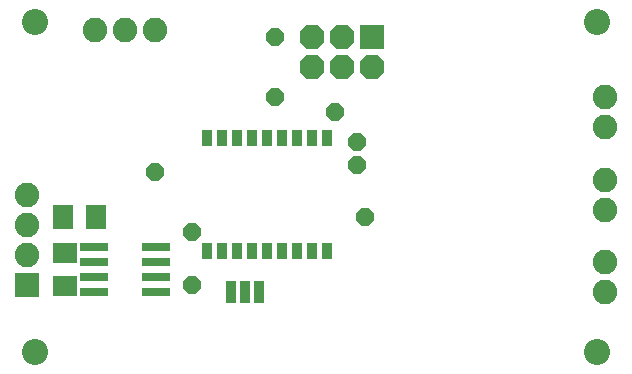
<source format=gbs>
G75*
%MOIN*%
%OFA0B0*%
%FSLAX24Y24*%
%IPPOS*%
%LPD*%
%AMOC8*
5,1,8,0,0,1.08239X$1,22.5*
%
%ADD10C,0.0867*%
%ADD11C,0.0820*%
%ADD12R,0.0820X0.0820*%
%ADD13OC8,0.0820*%
%ADD14R,0.0380X0.0530*%
%ADD15R,0.0946X0.0316*%
%ADD16R,0.0789X0.0710*%
%ADD17R,0.0710X0.0789*%
%ADD18R,0.0356X0.0749*%
%ADD19OC8,0.0600*%
D10*
X001753Y001600D03*
X001753Y012600D03*
X020503Y012600D03*
X020503Y001600D03*
D11*
X020753Y003600D03*
X020753Y004600D03*
X020753Y006350D03*
X020753Y007350D03*
X020753Y009100D03*
X020753Y010100D03*
X005753Y012350D03*
X004753Y012350D03*
X003753Y012350D03*
X001503Y006850D03*
X001503Y005850D03*
X001503Y004850D03*
D12*
X001503Y003850D03*
X013003Y012100D03*
D13*
X012003Y012100D03*
X011003Y012100D03*
X011003Y011100D03*
X012003Y011100D03*
X013003Y011100D03*
D14*
X011503Y008735D03*
X011003Y008735D03*
X010503Y008735D03*
X010003Y008735D03*
X009503Y008735D03*
X009003Y008735D03*
X008503Y008735D03*
X008003Y008735D03*
X007503Y008735D03*
X007503Y004965D03*
X008003Y004965D03*
X008503Y004965D03*
X009003Y004965D03*
X009503Y004965D03*
X010003Y004965D03*
X010503Y004965D03*
X011003Y004965D03*
X011503Y004965D03*
D15*
X005777Y005100D03*
X005777Y004600D03*
X005777Y004100D03*
X005777Y003600D03*
X003730Y003600D03*
X003730Y004100D03*
X003730Y004600D03*
X003730Y005100D03*
D16*
X002753Y004901D03*
X002753Y003799D03*
D17*
X002702Y006100D03*
X003804Y006100D03*
D18*
X008281Y003600D03*
X008753Y003600D03*
X009226Y003600D03*
D19*
X007003Y003850D03*
X007003Y005600D03*
X005753Y007600D03*
X009753Y010100D03*
X011753Y009600D03*
X012503Y008600D03*
X012503Y007850D03*
X012753Y006100D03*
X009753Y012100D03*
M02*

</source>
